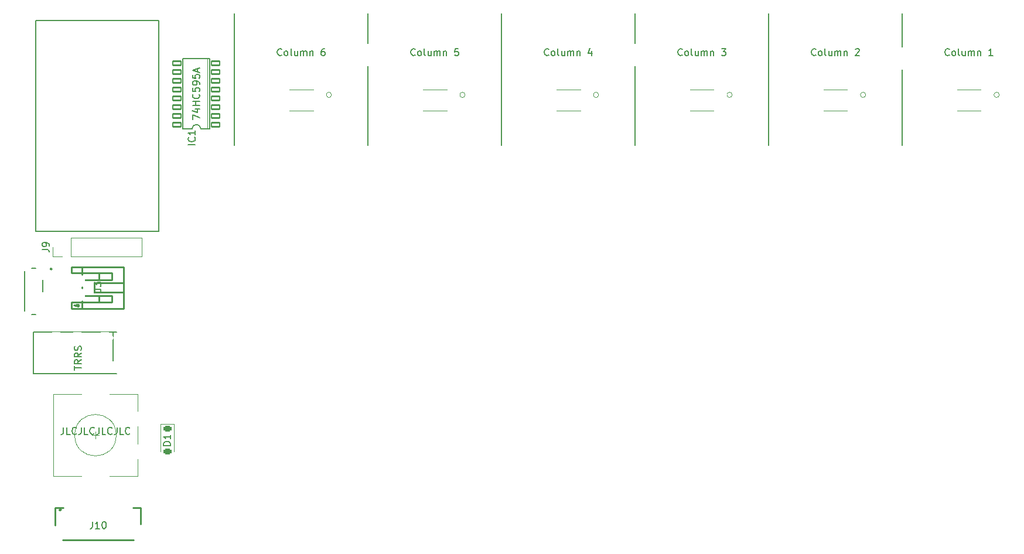
<source format=gto>
G04 #@! TF.GenerationSoftware,KiCad,Pcbnew,7.0.5*
G04 #@! TF.CreationDate,2024-01-21T06:03:08-08:00*
G04 #@! TF.ProjectId,Seismos_5CoreRShift,53656973-6d6f-4735-9f35-436f72655253,rev?*
G04 #@! TF.SameCoordinates,Original*
G04 #@! TF.FileFunction,Legend,Top*
G04 #@! TF.FilePolarity,Positive*
%FSLAX46Y46*%
G04 Gerber Fmt 4.6, Leading zero omitted, Abs format (unit mm)*
G04 Created by KiCad (PCBNEW 7.0.5) date 2024-01-21 06:03:08*
%MOMM*%
%LPD*%
G01*
G04 APERTURE LIST*
G04 Aperture macros list*
%AMRoundRect*
0 Rectangle with rounded corners*
0 $1 Rounding radius*
0 $2 $3 $4 $5 $6 $7 $8 $9 X,Y pos of 4 corners*
0 Add a 4 corners polygon primitive as box body*
4,1,4,$2,$3,$4,$5,$6,$7,$8,$9,$2,$3,0*
0 Add four circle primitives for the rounded corners*
1,1,$1+$1,$2,$3*
1,1,$1+$1,$4,$5*
1,1,$1+$1,$6,$7*
1,1,$1+$1,$8,$9*
0 Add four rect primitives between the rounded corners*
20,1,$1+$1,$2,$3,$4,$5,0*
20,1,$1+$1,$4,$5,$6,$7,0*
20,1,$1+$1,$6,$7,$8,$9,0*
20,1,$1+$1,$8,$9,$2,$3,0*%
%AMFreePoly0*
4,1,6,0.600000,0.200000,0.000000,-0.400000,-0.600000,0.200000,-0.600000,0.400000,0.600000,0.400000,0.600000,0.200000,0.600000,0.200000,$1*%
%AMFreePoly1*
4,1,6,0.600000,-0.250000,-0.600000,-0.250000,-0.600000,1.000000,0.000000,0.400000,0.600000,1.000000,0.600000,-0.250000,0.600000,-0.250000,$1*%
G04 Aperture macros list end*
%ADD10C,0.150000*%
%ADD11C,0.120000*%
%ADD12C,0.127000*%
%ADD13C,0.250000*%
%ADD14C,0.152400*%
%ADD15C,0.050800*%
%ADD16C,0.254000*%
%ADD17C,1.200000*%
%ADD18O,2.500000X1.700000*%
%ADD19C,0.100000*%
%ADD20C,3.200000*%
%ADD21C,2.000000*%
%ADD22R,3.200000X2.000000*%
%ADD23R,1.803400X0.812800*%
%ADD24R,1.700000X1.700000*%
%ADD25O,1.700000X1.700000*%
%ADD26C,0.900000*%
%ADD27R,1.500000X0.700000*%
%ADD28R,0.800000X1.000000*%
%ADD29RoundRect,0.102000X0.600000X-0.300000X0.600000X0.300000X-0.600000X0.300000X-0.600000X-0.300000X0*%
%ADD30C,1.400000*%
%ADD31C,1.600000*%
%ADD32FreePoly0,270.000000*%
%ADD33FreePoly0,90.000000*%
%ADD34R,1.600000X1.600000*%
%ADD35FreePoly1,270.000000*%
%ADD36FreePoly1,90.000000*%
%ADD37R,0.600000X1.700000*%
%ADD38R,1.200000X1.800000*%
%ADD39RoundRect,0.225000X-0.375000X0.225000X-0.375000X-0.225000X0.375000X-0.225000X0.375000X0.225000X0*%
G04 APERTURE END LIST*
D10*
X61200000Y-20000000D02*
X61200000Y-39000000D01*
X80500000Y-20000000D02*
X80500000Y-39000000D01*
X119100000Y-20000000D02*
X119100000Y-39000000D01*
X99800000Y-20000000D02*
X99800000Y-39000000D01*
X157700000Y-20000000D02*
X157700000Y-39000000D01*
X138400000Y-20000000D02*
X138400000Y-39000000D01*
X106616666Y-25974580D02*
X106569047Y-26022200D01*
X106569047Y-26022200D02*
X106426190Y-26069819D01*
X106426190Y-26069819D02*
X106330952Y-26069819D01*
X106330952Y-26069819D02*
X106188095Y-26022200D01*
X106188095Y-26022200D02*
X106092857Y-25926961D01*
X106092857Y-25926961D02*
X106045238Y-25831723D01*
X106045238Y-25831723D02*
X105997619Y-25641247D01*
X105997619Y-25641247D02*
X105997619Y-25498390D01*
X105997619Y-25498390D02*
X106045238Y-25307914D01*
X106045238Y-25307914D02*
X106092857Y-25212676D01*
X106092857Y-25212676D02*
X106188095Y-25117438D01*
X106188095Y-25117438D02*
X106330952Y-25069819D01*
X106330952Y-25069819D02*
X106426190Y-25069819D01*
X106426190Y-25069819D02*
X106569047Y-25117438D01*
X106569047Y-25117438D02*
X106616666Y-25165057D01*
X107188095Y-26069819D02*
X107092857Y-26022200D01*
X107092857Y-26022200D02*
X107045238Y-25974580D01*
X107045238Y-25974580D02*
X106997619Y-25879342D01*
X106997619Y-25879342D02*
X106997619Y-25593628D01*
X106997619Y-25593628D02*
X107045238Y-25498390D01*
X107045238Y-25498390D02*
X107092857Y-25450771D01*
X107092857Y-25450771D02*
X107188095Y-25403152D01*
X107188095Y-25403152D02*
X107330952Y-25403152D01*
X107330952Y-25403152D02*
X107426190Y-25450771D01*
X107426190Y-25450771D02*
X107473809Y-25498390D01*
X107473809Y-25498390D02*
X107521428Y-25593628D01*
X107521428Y-25593628D02*
X107521428Y-25879342D01*
X107521428Y-25879342D02*
X107473809Y-25974580D01*
X107473809Y-25974580D02*
X107426190Y-26022200D01*
X107426190Y-26022200D02*
X107330952Y-26069819D01*
X107330952Y-26069819D02*
X107188095Y-26069819D01*
X108092857Y-26069819D02*
X107997619Y-26022200D01*
X107997619Y-26022200D02*
X107950000Y-25926961D01*
X107950000Y-25926961D02*
X107950000Y-25069819D01*
X108902381Y-25403152D02*
X108902381Y-26069819D01*
X108473810Y-25403152D02*
X108473810Y-25926961D01*
X108473810Y-25926961D02*
X108521429Y-26022200D01*
X108521429Y-26022200D02*
X108616667Y-26069819D01*
X108616667Y-26069819D02*
X108759524Y-26069819D01*
X108759524Y-26069819D02*
X108854762Y-26022200D01*
X108854762Y-26022200D02*
X108902381Y-25974580D01*
X109378572Y-26069819D02*
X109378572Y-25403152D01*
X109378572Y-25498390D02*
X109426191Y-25450771D01*
X109426191Y-25450771D02*
X109521429Y-25403152D01*
X109521429Y-25403152D02*
X109664286Y-25403152D01*
X109664286Y-25403152D02*
X109759524Y-25450771D01*
X109759524Y-25450771D02*
X109807143Y-25546009D01*
X109807143Y-25546009D02*
X109807143Y-26069819D01*
X109807143Y-25546009D02*
X109854762Y-25450771D01*
X109854762Y-25450771D02*
X109950000Y-25403152D01*
X109950000Y-25403152D02*
X110092857Y-25403152D01*
X110092857Y-25403152D02*
X110188096Y-25450771D01*
X110188096Y-25450771D02*
X110235715Y-25546009D01*
X110235715Y-25546009D02*
X110235715Y-26069819D01*
X110711905Y-25403152D02*
X110711905Y-26069819D01*
X110711905Y-25498390D02*
X110759524Y-25450771D01*
X110759524Y-25450771D02*
X110854762Y-25403152D01*
X110854762Y-25403152D02*
X110997619Y-25403152D01*
X110997619Y-25403152D02*
X111092857Y-25450771D01*
X111092857Y-25450771D02*
X111140476Y-25546009D01*
X111140476Y-25546009D02*
X111140476Y-26069819D01*
X112807143Y-25403152D02*
X112807143Y-26069819D01*
X112569048Y-25022200D02*
X112330953Y-25736485D01*
X112330953Y-25736485D02*
X112950000Y-25736485D01*
X87316666Y-25974580D02*
X87269047Y-26022200D01*
X87269047Y-26022200D02*
X87126190Y-26069819D01*
X87126190Y-26069819D02*
X87030952Y-26069819D01*
X87030952Y-26069819D02*
X86888095Y-26022200D01*
X86888095Y-26022200D02*
X86792857Y-25926961D01*
X86792857Y-25926961D02*
X86745238Y-25831723D01*
X86745238Y-25831723D02*
X86697619Y-25641247D01*
X86697619Y-25641247D02*
X86697619Y-25498390D01*
X86697619Y-25498390D02*
X86745238Y-25307914D01*
X86745238Y-25307914D02*
X86792857Y-25212676D01*
X86792857Y-25212676D02*
X86888095Y-25117438D01*
X86888095Y-25117438D02*
X87030952Y-25069819D01*
X87030952Y-25069819D02*
X87126190Y-25069819D01*
X87126190Y-25069819D02*
X87269047Y-25117438D01*
X87269047Y-25117438D02*
X87316666Y-25165057D01*
X87888095Y-26069819D02*
X87792857Y-26022200D01*
X87792857Y-26022200D02*
X87745238Y-25974580D01*
X87745238Y-25974580D02*
X87697619Y-25879342D01*
X87697619Y-25879342D02*
X87697619Y-25593628D01*
X87697619Y-25593628D02*
X87745238Y-25498390D01*
X87745238Y-25498390D02*
X87792857Y-25450771D01*
X87792857Y-25450771D02*
X87888095Y-25403152D01*
X87888095Y-25403152D02*
X88030952Y-25403152D01*
X88030952Y-25403152D02*
X88126190Y-25450771D01*
X88126190Y-25450771D02*
X88173809Y-25498390D01*
X88173809Y-25498390D02*
X88221428Y-25593628D01*
X88221428Y-25593628D02*
X88221428Y-25879342D01*
X88221428Y-25879342D02*
X88173809Y-25974580D01*
X88173809Y-25974580D02*
X88126190Y-26022200D01*
X88126190Y-26022200D02*
X88030952Y-26069819D01*
X88030952Y-26069819D02*
X87888095Y-26069819D01*
X88792857Y-26069819D02*
X88697619Y-26022200D01*
X88697619Y-26022200D02*
X88650000Y-25926961D01*
X88650000Y-25926961D02*
X88650000Y-25069819D01*
X89602381Y-25403152D02*
X89602381Y-26069819D01*
X89173810Y-25403152D02*
X89173810Y-25926961D01*
X89173810Y-25926961D02*
X89221429Y-26022200D01*
X89221429Y-26022200D02*
X89316667Y-26069819D01*
X89316667Y-26069819D02*
X89459524Y-26069819D01*
X89459524Y-26069819D02*
X89554762Y-26022200D01*
X89554762Y-26022200D02*
X89602381Y-25974580D01*
X90078572Y-26069819D02*
X90078572Y-25403152D01*
X90078572Y-25498390D02*
X90126191Y-25450771D01*
X90126191Y-25450771D02*
X90221429Y-25403152D01*
X90221429Y-25403152D02*
X90364286Y-25403152D01*
X90364286Y-25403152D02*
X90459524Y-25450771D01*
X90459524Y-25450771D02*
X90507143Y-25546009D01*
X90507143Y-25546009D02*
X90507143Y-26069819D01*
X90507143Y-25546009D02*
X90554762Y-25450771D01*
X90554762Y-25450771D02*
X90650000Y-25403152D01*
X90650000Y-25403152D02*
X90792857Y-25403152D01*
X90792857Y-25403152D02*
X90888096Y-25450771D01*
X90888096Y-25450771D02*
X90935715Y-25546009D01*
X90935715Y-25546009D02*
X90935715Y-26069819D01*
X91411905Y-25403152D02*
X91411905Y-26069819D01*
X91411905Y-25498390D02*
X91459524Y-25450771D01*
X91459524Y-25450771D02*
X91554762Y-25403152D01*
X91554762Y-25403152D02*
X91697619Y-25403152D01*
X91697619Y-25403152D02*
X91792857Y-25450771D01*
X91792857Y-25450771D02*
X91840476Y-25546009D01*
X91840476Y-25546009D02*
X91840476Y-26069819D01*
X93554762Y-25069819D02*
X93078572Y-25069819D01*
X93078572Y-25069819D02*
X93030953Y-25546009D01*
X93030953Y-25546009D02*
X93078572Y-25498390D01*
X93078572Y-25498390D02*
X93173810Y-25450771D01*
X93173810Y-25450771D02*
X93411905Y-25450771D01*
X93411905Y-25450771D02*
X93507143Y-25498390D01*
X93507143Y-25498390D02*
X93554762Y-25546009D01*
X93554762Y-25546009D02*
X93602381Y-25641247D01*
X93602381Y-25641247D02*
X93602381Y-25879342D01*
X93602381Y-25879342D02*
X93554762Y-25974580D01*
X93554762Y-25974580D02*
X93507143Y-26022200D01*
X93507143Y-26022200D02*
X93411905Y-26069819D01*
X93411905Y-26069819D02*
X93173810Y-26069819D01*
X93173810Y-26069819D02*
X93078572Y-26022200D01*
X93078572Y-26022200D02*
X93030953Y-25974580D01*
X145216666Y-25974580D02*
X145169047Y-26022200D01*
X145169047Y-26022200D02*
X145026190Y-26069819D01*
X145026190Y-26069819D02*
X144930952Y-26069819D01*
X144930952Y-26069819D02*
X144788095Y-26022200D01*
X144788095Y-26022200D02*
X144692857Y-25926961D01*
X144692857Y-25926961D02*
X144645238Y-25831723D01*
X144645238Y-25831723D02*
X144597619Y-25641247D01*
X144597619Y-25641247D02*
X144597619Y-25498390D01*
X144597619Y-25498390D02*
X144645238Y-25307914D01*
X144645238Y-25307914D02*
X144692857Y-25212676D01*
X144692857Y-25212676D02*
X144788095Y-25117438D01*
X144788095Y-25117438D02*
X144930952Y-25069819D01*
X144930952Y-25069819D02*
X145026190Y-25069819D01*
X145026190Y-25069819D02*
X145169047Y-25117438D01*
X145169047Y-25117438D02*
X145216666Y-25165057D01*
X145788095Y-26069819D02*
X145692857Y-26022200D01*
X145692857Y-26022200D02*
X145645238Y-25974580D01*
X145645238Y-25974580D02*
X145597619Y-25879342D01*
X145597619Y-25879342D02*
X145597619Y-25593628D01*
X145597619Y-25593628D02*
X145645238Y-25498390D01*
X145645238Y-25498390D02*
X145692857Y-25450771D01*
X145692857Y-25450771D02*
X145788095Y-25403152D01*
X145788095Y-25403152D02*
X145930952Y-25403152D01*
X145930952Y-25403152D02*
X146026190Y-25450771D01*
X146026190Y-25450771D02*
X146073809Y-25498390D01*
X146073809Y-25498390D02*
X146121428Y-25593628D01*
X146121428Y-25593628D02*
X146121428Y-25879342D01*
X146121428Y-25879342D02*
X146073809Y-25974580D01*
X146073809Y-25974580D02*
X146026190Y-26022200D01*
X146026190Y-26022200D02*
X145930952Y-26069819D01*
X145930952Y-26069819D02*
X145788095Y-26069819D01*
X146692857Y-26069819D02*
X146597619Y-26022200D01*
X146597619Y-26022200D02*
X146550000Y-25926961D01*
X146550000Y-25926961D02*
X146550000Y-25069819D01*
X147502381Y-25403152D02*
X147502381Y-26069819D01*
X147073810Y-25403152D02*
X147073810Y-25926961D01*
X147073810Y-25926961D02*
X147121429Y-26022200D01*
X147121429Y-26022200D02*
X147216667Y-26069819D01*
X147216667Y-26069819D02*
X147359524Y-26069819D01*
X147359524Y-26069819D02*
X147454762Y-26022200D01*
X147454762Y-26022200D02*
X147502381Y-25974580D01*
X147978572Y-26069819D02*
X147978572Y-25403152D01*
X147978572Y-25498390D02*
X148026191Y-25450771D01*
X148026191Y-25450771D02*
X148121429Y-25403152D01*
X148121429Y-25403152D02*
X148264286Y-25403152D01*
X148264286Y-25403152D02*
X148359524Y-25450771D01*
X148359524Y-25450771D02*
X148407143Y-25546009D01*
X148407143Y-25546009D02*
X148407143Y-26069819D01*
X148407143Y-25546009D02*
X148454762Y-25450771D01*
X148454762Y-25450771D02*
X148550000Y-25403152D01*
X148550000Y-25403152D02*
X148692857Y-25403152D01*
X148692857Y-25403152D02*
X148788096Y-25450771D01*
X148788096Y-25450771D02*
X148835715Y-25546009D01*
X148835715Y-25546009D02*
X148835715Y-26069819D01*
X149311905Y-25403152D02*
X149311905Y-26069819D01*
X149311905Y-25498390D02*
X149359524Y-25450771D01*
X149359524Y-25450771D02*
X149454762Y-25403152D01*
X149454762Y-25403152D02*
X149597619Y-25403152D01*
X149597619Y-25403152D02*
X149692857Y-25450771D01*
X149692857Y-25450771D02*
X149740476Y-25546009D01*
X149740476Y-25546009D02*
X149740476Y-26069819D01*
X150930953Y-25165057D02*
X150978572Y-25117438D01*
X150978572Y-25117438D02*
X151073810Y-25069819D01*
X151073810Y-25069819D02*
X151311905Y-25069819D01*
X151311905Y-25069819D02*
X151407143Y-25117438D01*
X151407143Y-25117438D02*
X151454762Y-25165057D01*
X151454762Y-25165057D02*
X151502381Y-25260295D01*
X151502381Y-25260295D02*
X151502381Y-25355533D01*
X151502381Y-25355533D02*
X151454762Y-25498390D01*
X151454762Y-25498390D02*
X150883334Y-26069819D01*
X150883334Y-26069819D02*
X151502381Y-26069819D01*
X125916666Y-25974580D02*
X125869047Y-26022200D01*
X125869047Y-26022200D02*
X125726190Y-26069819D01*
X125726190Y-26069819D02*
X125630952Y-26069819D01*
X125630952Y-26069819D02*
X125488095Y-26022200D01*
X125488095Y-26022200D02*
X125392857Y-25926961D01*
X125392857Y-25926961D02*
X125345238Y-25831723D01*
X125345238Y-25831723D02*
X125297619Y-25641247D01*
X125297619Y-25641247D02*
X125297619Y-25498390D01*
X125297619Y-25498390D02*
X125345238Y-25307914D01*
X125345238Y-25307914D02*
X125392857Y-25212676D01*
X125392857Y-25212676D02*
X125488095Y-25117438D01*
X125488095Y-25117438D02*
X125630952Y-25069819D01*
X125630952Y-25069819D02*
X125726190Y-25069819D01*
X125726190Y-25069819D02*
X125869047Y-25117438D01*
X125869047Y-25117438D02*
X125916666Y-25165057D01*
X126488095Y-26069819D02*
X126392857Y-26022200D01*
X126392857Y-26022200D02*
X126345238Y-25974580D01*
X126345238Y-25974580D02*
X126297619Y-25879342D01*
X126297619Y-25879342D02*
X126297619Y-25593628D01*
X126297619Y-25593628D02*
X126345238Y-25498390D01*
X126345238Y-25498390D02*
X126392857Y-25450771D01*
X126392857Y-25450771D02*
X126488095Y-25403152D01*
X126488095Y-25403152D02*
X126630952Y-25403152D01*
X126630952Y-25403152D02*
X126726190Y-25450771D01*
X126726190Y-25450771D02*
X126773809Y-25498390D01*
X126773809Y-25498390D02*
X126821428Y-25593628D01*
X126821428Y-25593628D02*
X126821428Y-25879342D01*
X126821428Y-25879342D02*
X126773809Y-25974580D01*
X126773809Y-25974580D02*
X126726190Y-26022200D01*
X126726190Y-26022200D02*
X126630952Y-26069819D01*
X126630952Y-26069819D02*
X126488095Y-26069819D01*
X127392857Y-26069819D02*
X127297619Y-26022200D01*
X127297619Y-26022200D02*
X127250000Y-25926961D01*
X127250000Y-25926961D02*
X127250000Y-25069819D01*
X128202381Y-25403152D02*
X128202381Y-26069819D01*
X127773810Y-25403152D02*
X127773810Y-25926961D01*
X127773810Y-25926961D02*
X127821429Y-26022200D01*
X127821429Y-26022200D02*
X127916667Y-26069819D01*
X127916667Y-26069819D02*
X128059524Y-26069819D01*
X128059524Y-26069819D02*
X128154762Y-26022200D01*
X128154762Y-26022200D02*
X128202381Y-25974580D01*
X128678572Y-26069819D02*
X128678572Y-25403152D01*
X128678572Y-25498390D02*
X128726191Y-25450771D01*
X128726191Y-25450771D02*
X128821429Y-25403152D01*
X128821429Y-25403152D02*
X128964286Y-25403152D01*
X128964286Y-25403152D02*
X129059524Y-25450771D01*
X129059524Y-25450771D02*
X129107143Y-25546009D01*
X129107143Y-25546009D02*
X129107143Y-26069819D01*
X129107143Y-25546009D02*
X129154762Y-25450771D01*
X129154762Y-25450771D02*
X129250000Y-25403152D01*
X129250000Y-25403152D02*
X129392857Y-25403152D01*
X129392857Y-25403152D02*
X129488096Y-25450771D01*
X129488096Y-25450771D02*
X129535715Y-25546009D01*
X129535715Y-25546009D02*
X129535715Y-26069819D01*
X130011905Y-25403152D02*
X130011905Y-26069819D01*
X130011905Y-25498390D02*
X130059524Y-25450771D01*
X130059524Y-25450771D02*
X130154762Y-25403152D01*
X130154762Y-25403152D02*
X130297619Y-25403152D01*
X130297619Y-25403152D02*
X130392857Y-25450771D01*
X130392857Y-25450771D02*
X130440476Y-25546009D01*
X130440476Y-25546009D02*
X130440476Y-26069819D01*
X131583334Y-25069819D02*
X132202381Y-25069819D01*
X132202381Y-25069819D02*
X131869048Y-25450771D01*
X131869048Y-25450771D02*
X132011905Y-25450771D01*
X132011905Y-25450771D02*
X132107143Y-25498390D01*
X132107143Y-25498390D02*
X132154762Y-25546009D01*
X132154762Y-25546009D02*
X132202381Y-25641247D01*
X132202381Y-25641247D02*
X132202381Y-25879342D01*
X132202381Y-25879342D02*
X132154762Y-25974580D01*
X132154762Y-25974580D02*
X132107143Y-26022200D01*
X132107143Y-26022200D02*
X132011905Y-26069819D01*
X132011905Y-26069819D02*
X131726191Y-26069819D01*
X131726191Y-26069819D02*
X131630953Y-26022200D01*
X131630953Y-26022200D02*
X131583334Y-25974580D01*
X164516666Y-25974580D02*
X164469047Y-26022200D01*
X164469047Y-26022200D02*
X164326190Y-26069819D01*
X164326190Y-26069819D02*
X164230952Y-26069819D01*
X164230952Y-26069819D02*
X164088095Y-26022200D01*
X164088095Y-26022200D02*
X163992857Y-25926961D01*
X163992857Y-25926961D02*
X163945238Y-25831723D01*
X163945238Y-25831723D02*
X163897619Y-25641247D01*
X163897619Y-25641247D02*
X163897619Y-25498390D01*
X163897619Y-25498390D02*
X163945238Y-25307914D01*
X163945238Y-25307914D02*
X163992857Y-25212676D01*
X163992857Y-25212676D02*
X164088095Y-25117438D01*
X164088095Y-25117438D02*
X164230952Y-25069819D01*
X164230952Y-25069819D02*
X164326190Y-25069819D01*
X164326190Y-25069819D02*
X164469047Y-25117438D01*
X164469047Y-25117438D02*
X164516666Y-25165057D01*
X165088095Y-26069819D02*
X164992857Y-26022200D01*
X164992857Y-26022200D02*
X164945238Y-25974580D01*
X164945238Y-25974580D02*
X164897619Y-25879342D01*
X164897619Y-25879342D02*
X164897619Y-25593628D01*
X164897619Y-25593628D02*
X164945238Y-25498390D01*
X164945238Y-25498390D02*
X164992857Y-25450771D01*
X164992857Y-25450771D02*
X165088095Y-25403152D01*
X165088095Y-25403152D02*
X165230952Y-25403152D01*
X165230952Y-25403152D02*
X165326190Y-25450771D01*
X165326190Y-25450771D02*
X165373809Y-25498390D01*
X165373809Y-25498390D02*
X165421428Y-25593628D01*
X165421428Y-25593628D02*
X165421428Y-25879342D01*
X165421428Y-25879342D02*
X165373809Y-25974580D01*
X165373809Y-25974580D02*
X165326190Y-26022200D01*
X165326190Y-26022200D02*
X165230952Y-26069819D01*
X165230952Y-26069819D02*
X165088095Y-26069819D01*
X165992857Y-26069819D02*
X165897619Y-26022200D01*
X165897619Y-26022200D02*
X165850000Y-25926961D01*
X165850000Y-25926961D02*
X165850000Y-25069819D01*
X166802381Y-25403152D02*
X166802381Y-26069819D01*
X166373810Y-25403152D02*
X166373810Y-25926961D01*
X166373810Y-25926961D02*
X166421429Y-26022200D01*
X166421429Y-26022200D02*
X166516667Y-26069819D01*
X166516667Y-26069819D02*
X166659524Y-26069819D01*
X166659524Y-26069819D02*
X166754762Y-26022200D01*
X166754762Y-26022200D02*
X166802381Y-25974580D01*
X167278572Y-26069819D02*
X167278572Y-25403152D01*
X167278572Y-25498390D02*
X167326191Y-25450771D01*
X167326191Y-25450771D02*
X167421429Y-25403152D01*
X167421429Y-25403152D02*
X167564286Y-25403152D01*
X167564286Y-25403152D02*
X167659524Y-25450771D01*
X167659524Y-25450771D02*
X167707143Y-25546009D01*
X167707143Y-25546009D02*
X167707143Y-26069819D01*
X167707143Y-25546009D02*
X167754762Y-25450771D01*
X167754762Y-25450771D02*
X167850000Y-25403152D01*
X167850000Y-25403152D02*
X167992857Y-25403152D01*
X167992857Y-25403152D02*
X168088096Y-25450771D01*
X168088096Y-25450771D02*
X168135715Y-25546009D01*
X168135715Y-25546009D02*
X168135715Y-26069819D01*
X168611905Y-25403152D02*
X168611905Y-26069819D01*
X168611905Y-25498390D02*
X168659524Y-25450771D01*
X168659524Y-25450771D02*
X168754762Y-25403152D01*
X168754762Y-25403152D02*
X168897619Y-25403152D01*
X168897619Y-25403152D02*
X168992857Y-25450771D01*
X168992857Y-25450771D02*
X169040476Y-25546009D01*
X169040476Y-25546009D02*
X169040476Y-26069819D01*
X170802381Y-26069819D02*
X170230953Y-26069819D01*
X170516667Y-26069819D02*
X170516667Y-25069819D01*
X170516667Y-25069819D02*
X170421429Y-25212676D01*
X170421429Y-25212676D02*
X170326191Y-25307914D01*
X170326191Y-25307914D02*
X170230953Y-25355533D01*
X68016666Y-25974580D02*
X67969047Y-26022200D01*
X67969047Y-26022200D02*
X67826190Y-26069819D01*
X67826190Y-26069819D02*
X67730952Y-26069819D01*
X67730952Y-26069819D02*
X67588095Y-26022200D01*
X67588095Y-26022200D02*
X67492857Y-25926961D01*
X67492857Y-25926961D02*
X67445238Y-25831723D01*
X67445238Y-25831723D02*
X67397619Y-25641247D01*
X67397619Y-25641247D02*
X67397619Y-25498390D01*
X67397619Y-25498390D02*
X67445238Y-25307914D01*
X67445238Y-25307914D02*
X67492857Y-25212676D01*
X67492857Y-25212676D02*
X67588095Y-25117438D01*
X67588095Y-25117438D02*
X67730952Y-25069819D01*
X67730952Y-25069819D02*
X67826190Y-25069819D01*
X67826190Y-25069819D02*
X67969047Y-25117438D01*
X67969047Y-25117438D02*
X68016666Y-25165057D01*
X68588095Y-26069819D02*
X68492857Y-26022200D01*
X68492857Y-26022200D02*
X68445238Y-25974580D01*
X68445238Y-25974580D02*
X68397619Y-25879342D01*
X68397619Y-25879342D02*
X68397619Y-25593628D01*
X68397619Y-25593628D02*
X68445238Y-25498390D01*
X68445238Y-25498390D02*
X68492857Y-25450771D01*
X68492857Y-25450771D02*
X68588095Y-25403152D01*
X68588095Y-25403152D02*
X68730952Y-25403152D01*
X68730952Y-25403152D02*
X68826190Y-25450771D01*
X68826190Y-25450771D02*
X68873809Y-25498390D01*
X68873809Y-25498390D02*
X68921428Y-25593628D01*
X68921428Y-25593628D02*
X68921428Y-25879342D01*
X68921428Y-25879342D02*
X68873809Y-25974580D01*
X68873809Y-25974580D02*
X68826190Y-26022200D01*
X68826190Y-26022200D02*
X68730952Y-26069819D01*
X68730952Y-26069819D02*
X68588095Y-26069819D01*
X69492857Y-26069819D02*
X69397619Y-26022200D01*
X69397619Y-26022200D02*
X69350000Y-25926961D01*
X69350000Y-25926961D02*
X69350000Y-25069819D01*
X70302381Y-25403152D02*
X70302381Y-26069819D01*
X69873810Y-25403152D02*
X69873810Y-25926961D01*
X69873810Y-25926961D02*
X69921429Y-26022200D01*
X69921429Y-26022200D02*
X70016667Y-26069819D01*
X70016667Y-26069819D02*
X70159524Y-26069819D01*
X70159524Y-26069819D02*
X70254762Y-26022200D01*
X70254762Y-26022200D02*
X70302381Y-25974580D01*
X70778572Y-26069819D02*
X70778572Y-25403152D01*
X70778572Y-25498390D02*
X70826191Y-25450771D01*
X70826191Y-25450771D02*
X70921429Y-25403152D01*
X70921429Y-25403152D02*
X71064286Y-25403152D01*
X71064286Y-25403152D02*
X71159524Y-25450771D01*
X71159524Y-25450771D02*
X71207143Y-25546009D01*
X71207143Y-25546009D02*
X71207143Y-26069819D01*
X71207143Y-25546009D02*
X71254762Y-25450771D01*
X71254762Y-25450771D02*
X71350000Y-25403152D01*
X71350000Y-25403152D02*
X71492857Y-25403152D01*
X71492857Y-25403152D02*
X71588096Y-25450771D01*
X71588096Y-25450771D02*
X71635715Y-25546009D01*
X71635715Y-25546009D02*
X71635715Y-26069819D01*
X72111905Y-25403152D02*
X72111905Y-26069819D01*
X72111905Y-25498390D02*
X72159524Y-25450771D01*
X72159524Y-25450771D02*
X72254762Y-25403152D01*
X72254762Y-25403152D02*
X72397619Y-25403152D01*
X72397619Y-25403152D02*
X72492857Y-25450771D01*
X72492857Y-25450771D02*
X72540476Y-25546009D01*
X72540476Y-25546009D02*
X72540476Y-26069819D01*
X74207143Y-25069819D02*
X74016667Y-25069819D01*
X74016667Y-25069819D02*
X73921429Y-25117438D01*
X73921429Y-25117438D02*
X73873810Y-25165057D01*
X73873810Y-25165057D02*
X73778572Y-25307914D01*
X73778572Y-25307914D02*
X73730953Y-25498390D01*
X73730953Y-25498390D02*
X73730953Y-25879342D01*
X73730953Y-25879342D02*
X73778572Y-25974580D01*
X73778572Y-25974580D02*
X73826191Y-26022200D01*
X73826191Y-26022200D02*
X73921429Y-26069819D01*
X73921429Y-26069819D02*
X74111905Y-26069819D01*
X74111905Y-26069819D02*
X74207143Y-26022200D01*
X74207143Y-26022200D02*
X74254762Y-25974580D01*
X74254762Y-25974580D02*
X74302381Y-25879342D01*
X74302381Y-25879342D02*
X74302381Y-25641247D01*
X74302381Y-25641247D02*
X74254762Y-25546009D01*
X74254762Y-25546009D02*
X74207143Y-25498390D01*
X74207143Y-25498390D02*
X74111905Y-25450771D01*
X74111905Y-25450771D02*
X73921429Y-25450771D01*
X73921429Y-25450771D02*
X73826191Y-25498390D01*
X73826191Y-25498390D02*
X73778572Y-25546009D01*
X73778572Y-25546009D02*
X73730953Y-25641247D01*
X36490951Y-79829819D02*
X36490951Y-80544104D01*
X36490951Y-80544104D02*
X36443332Y-80686961D01*
X36443332Y-80686961D02*
X36348094Y-80782200D01*
X36348094Y-80782200D02*
X36205237Y-80829819D01*
X36205237Y-80829819D02*
X36109999Y-80829819D01*
X37443332Y-80829819D02*
X36967142Y-80829819D01*
X36967142Y-80829819D02*
X36967142Y-79829819D01*
X38348094Y-80734580D02*
X38300475Y-80782200D01*
X38300475Y-80782200D02*
X38157618Y-80829819D01*
X38157618Y-80829819D02*
X38062380Y-80829819D01*
X38062380Y-80829819D02*
X37919523Y-80782200D01*
X37919523Y-80782200D02*
X37824285Y-80686961D01*
X37824285Y-80686961D02*
X37776666Y-80591723D01*
X37776666Y-80591723D02*
X37729047Y-80401247D01*
X37729047Y-80401247D02*
X37729047Y-80258390D01*
X37729047Y-80258390D02*
X37776666Y-80067914D01*
X37776666Y-80067914D02*
X37824285Y-79972676D01*
X37824285Y-79972676D02*
X37919523Y-79877438D01*
X37919523Y-79877438D02*
X38062380Y-79829819D01*
X38062380Y-79829819D02*
X38157618Y-79829819D01*
X38157618Y-79829819D02*
X38300475Y-79877438D01*
X38300475Y-79877438D02*
X38348094Y-79925057D01*
X39062380Y-79829819D02*
X39062380Y-80544104D01*
X39062380Y-80544104D02*
X39014761Y-80686961D01*
X39014761Y-80686961D02*
X38919523Y-80782200D01*
X38919523Y-80782200D02*
X38776666Y-80829819D01*
X38776666Y-80829819D02*
X38681428Y-80829819D01*
X40014761Y-80829819D02*
X39538571Y-80829819D01*
X39538571Y-80829819D02*
X39538571Y-79829819D01*
X40919523Y-80734580D02*
X40871904Y-80782200D01*
X40871904Y-80782200D02*
X40729047Y-80829819D01*
X40729047Y-80829819D02*
X40633809Y-80829819D01*
X40633809Y-80829819D02*
X40490952Y-80782200D01*
X40490952Y-80782200D02*
X40395714Y-80686961D01*
X40395714Y-80686961D02*
X40348095Y-80591723D01*
X40348095Y-80591723D02*
X40300476Y-80401247D01*
X40300476Y-80401247D02*
X40300476Y-80258390D01*
X40300476Y-80258390D02*
X40348095Y-80067914D01*
X40348095Y-80067914D02*
X40395714Y-79972676D01*
X40395714Y-79972676D02*
X40490952Y-79877438D01*
X40490952Y-79877438D02*
X40633809Y-79829819D01*
X40633809Y-79829819D02*
X40729047Y-79829819D01*
X40729047Y-79829819D02*
X40871904Y-79877438D01*
X40871904Y-79877438D02*
X40919523Y-79925057D01*
X41633809Y-79829819D02*
X41633809Y-80544104D01*
X41633809Y-80544104D02*
X41586190Y-80686961D01*
X41586190Y-80686961D02*
X41490952Y-80782200D01*
X41490952Y-80782200D02*
X41348095Y-80829819D01*
X41348095Y-80829819D02*
X41252857Y-80829819D01*
X42586190Y-80829819D02*
X42110000Y-80829819D01*
X42110000Y-80829819D02*
X42110000Y-79829819D01*
X43490952Y-80734580D02*
X43443333Y-80782200D01*
X43443333Y-80782200D02*
X43300476Y-80829819D01*
X43300476Y-80829819D02*
X43205238Y-80829819D01*
X43205238Y-80829819D02*
X43062381Y-80782200D01*
X43062381Y-80782200D02*
X42967143Y-80686961D01*
X42967143Y-80686961D02*
X42919524Y-80591723D01*
X42919524Y-80591723D02*
X42871905Y-80401247D01*
X42871905Y-80401247D02*
X42871905Y-80258390D01*
X42871905Y-80258390D02*
X42919524Y-80067914D01*
X42919524Y-80067914D02*
X42967143Y-79972676D01*
X42967143Y-79972676D02*
X43062381Y-79877438D01*
X43062381Y-79877438D02*
X43205238Y-79829819D01*
X43205238Y-79829819D02*
X43300476Y-79829819D01*
X43300476Y-79829819D02*
X43443333Y-79877438D01*
X43443333Y-79877438D02*
X43490952Y-79925057D01*
X44205238Y-79829819D02*
X44205238Y-80544104D01*
X44205238Y-80544104D02*
X44157619Y-80686961D01*
X44157619Y-80686961D02*
X44062381Y-80782200D01*
X44062381Y-80782200D02*
X43919524Y-80829819D01*
X43919524Y-80829819D02*
X43824286Y-80829819D01*
X45157619Y-80829819D02*
X44681429Y-80829819D01*
X44681429Y-80829819D02*
X44681429Y-79829819D01*
X46062381Y-80734580D02*
X46014762Y-80782200D01*
X46014762Y-80782200D02*
X45871905Y-80829819D01*
X45871905Y-80829819D02*
X45776667Y-80829819D01*
X45776667Y-80829819D02*
X45633810Y-80782200D01*
X45633810Y-80782200D02*
X45538572Y-80686961D01*
X45538572Y-80686961D02*
X45490953Y-80591723D01*
X45490953Y-80591723D02*
X45443334Y-80401247D01*
X45443334Y-80401247D02*
X45443334Y-80258390D01*
X45443334Y-80258390D02*
X45490953Y-80067914D01*
X45490953Y-80067914D02*
X45538572Y-79972676D01*
X45538572Y-79972676D02*
X45633810Y-79877438D01*
X45633810Y-79877438D02*
X45776667Y-79829819D01*
X45776667Y-79829819D02*
X45871905Y-79829819D01*
X45871905Y-79829819D02*
X46014762Y-79877438D01*
X46014762Y-79877438D02*
X46062381Y-79925057D01*
X38074819Y-71536904D02*
X38074819Y-70965476D01*
X39074819Y-71251190D02*
X38074819Y-71251190D01*
X39074819Y-70060714D02*
X38598628Y-70394047D01*
X39074819Y-70632142D02*
X38074819Y-70632142D01*
X38074819Y-70632142D02*
X38074819Y-70251190D01*
X38074819Y-70251190D02*
X38122438Y-70155952D01*
X38122438Y-70155952D02*
X38170057Y-70108333D01*
X38170057Y-70108333D02*
X38265295Y-70060714D01*
X38265295Y-70060714D02*
X38408152Y-70060714D01*
X38408152Y-70060714D02*
X38503390Y-70108333D01*
X38503390Y-70108333D02*
X38551009Y-70155952D01*
X38551009Y-70155952D02*
X38598628Y-70251190D01*
X38598628Y-70251190D02*
X38598628Y-70632142D01*
X39074819Y-69060714D02*
X38598628Y-69394047D01*
X39074819Y-69632142D02*
X38074819Y-69632142D01*
X38074819Y-69632142D02*
X38074819Y-69251190D01*
X38074819Y-69251190D02*
X38122438Y-69155952D01*
X38122438Y-69155952D02*
X38170057Y-69108333D01*
X38170057Y-69108333D02*
X38265295Y-69060714D01*
X38265295Y-69060714D02*
X38408152Y-69060714D01*
X38408152Y-69060714D02*
X38503390Y-69108333D01*
X38503390Y-69108333D02*
X38551009Y-69155952D01*
X38551009Y-69155952D02*
X38598628Y-69251190D01*
X38598628Y-69251190D02*
X38598628Y-69632142D01*
X39027200Y-68679761D02*
X39074819Y-68536904D01*
X39074819Y-68536904D02*
X39074819Y-68298809D01*
X39074819Y-68298809D02*
X39027200Y-68203571D01*
X39027200Y-68203571D02*
X38979580Y-68155952D01*
X38979580Y-68155952D02*
X38884342Y-68108333D01*
X38884342Y-68108333D02*
X38789104Y-68108333D01*
X38789104Y-68108333D02*
X38693866Y-68155952D01*
X38693866Y-68155952D02*
X38646247Y-68203571D01*
X38646247Y-68203571D02*
X38598628Y-68298809D01*
X38598628Y-68298809D02*
X38551009Y-68489285D01*
X38551009Y-68489285D02*
X38503390Y-68584523D01*
X38503390Y-68584523D02*
X38455771Y-68632142D01*
X38455771Y-68632142D02*
X38360533Y-68679761D01*
X38360533Y-68679761D02*
X38265295Y-68679761D01*
X38265295Y-68679761D02*
X38170057Y-68632142D01*
X38170057Y-68632142D02*
X38122438Y-68584523D01*
X38122438Y-68584523D02*
X38074819Y-68489285D01*
X38074819Y-68489285D02*
X38074819Y-68251190D01*
X38074819Y-68251190D02*
X38122438Y-68108333D01*
X38074819Y-71536904D02*
X38074819Y-70965476D01*
X39074819Y-71251190D02*
X38074819Y-71251190D01*
X39074819Y-70060714D02*
X38598628Y-70394047D01*
X39074819Y-70632142D02*
X38074819Y-70632142D01*
X38074819Y-70632142D02*
X38074819Y-70251190D01*
X38074819Y-70251190D02*
X38122438Y-70155952D01*
X38122438Y-70155952D02*
X38170057Y-70108333D01*
X38170057Y-70108333D02*
X38265295Y-70060714D01*
X38265295Y-70060714D02*
X38408152Y-70060714D01*
X38408152Y-70060714D02*
X38503390Y-70108333D01*
X38503390Y-70108333D02*
X38551009Y-70155952D01*
X38551009Y-70155952D02*
X38598628Y-70251190D01*
X38598628Y-70251190D02*
X38598628Y-70632142D01*
X39074819Y-69060714D02*
X38598628Y-69394047D01*
X39074819Y-69632142D02*
X38074819Y-69632142D01*
X38074819Y-69632142D02*
X38074819Y-69251190D01*
X38074819Y-69251190D02*
X38122438Y-69155952D01*
X38122438Y-69155952D02*
X38170057Y-69108333D01*
X38170057Y-69108333D02*
X38265295Y-69060714D01*
X38265295Y-69060714D02*
X38408152Y-69060714D01*
X38408152Y-69060714D02*
X38503390Y-69108333D01*
X38503390Y-69108333D02*
X38551009Y-69155952D01*
X38551009Y-69155952D02*
X38598628Y-69251190D01*
X38598628Y-69251190D02*
X38598628Y-69632142D01*
X39027200Y-68679761D02*
X39074819Y-68536904D01*
X39074819Y-68536904D02*
X39074819Y-68298809D01*
X39074819Y-68298809D02*
X39027200Y-68203571D01*
X39027200Y-68203571D02*
X38979580Y-68155952D01*
X38979580Y-68155952D02*
X38884342Y-68108333D01*
X38884342Y-68108333D02*
X38789104Y-68108333D01*
X38789104Y-68108333D02*
X38693866Y-68155952D01*
X38693866Y-68155952D02*
X38646247Y-68203571D01*
X38646247Y-68203571D02*
X38598628Y-68298809D01*
X38598628Y-68298809D02*
X38551009Y-68489285D01*
X38551009Y-68489285D02*
X38503390Y-68584523D01*
X38503390Y-68584523D02*
X38455771Y-68632142D01*
X38455771Y-68632142D02*
X38360533Y-68679761D01*
X38360533Y-68679761D02*
X38265295Y-68679761D01*
X38265295Y-68679761D02*
X38170057Y-68632142D01*
X38170057Y-68632142D02*
X38122438Y-68584523D01*
X38122438Y-68584523D02*
X38074819Y-68489285D01*
X38074819Y-68489285D02*
X38074819Y-68251190D01*
X38074819Y-68251190D02*
X38122438Y-68108333D01*
X33408819Y-54099333D02*
X34123104Y-54099333D01*
X34123104Y-54099333D02*
X34265961Y-54146952D01*
X34265961Y-54146952D02*
X34361200Y-54242190D01*
X34361200Y-54242190D02*
X34408819Y-54385047D01*
X34408819Y-54385047D02*
X34408819Y-54480285D01*
X34408819Y-53575523D02*
X34408819Y-53385047D01*
X34408819Y-53385047D02*
X34361200Y-53289809D01*
X34361200Y-53289809D02*
X34313580Y-53242190D01*
X34313580Y-53242190D02*
X34170723Y-53146952D01*
X34170723Y-53146952D02*
X33980247Y-53099333D01*
X33980247Y-53099333D02*
X33599295Y-53099333D01*
X33599295Y-53099333D02*
X33504057Y-53146952D01*
X33504057Y-53146952D02*
X33456438Y-53194571D01*
X33456438Y-53194571D02*
X33408819Y-53289809D01*
X33408819Y-53289809D02*
X33408819Y-53480285D01*
X33408819Y-53480285D02*
X33456438Y-53575523D01*
X33456438Y-53575523D02*
X33504057Y-53623142D01*
X33504057Y-53623142D02*
X33599295Y-53670761D01*
X33599295Y-53670761D02*
X33837390Y-53670761D01*
X33837390Y-53670761D02*
X33932628Y-53623142D01*
X33932628Y-53623142D02*
X33980247Y-53575523D01*
X33980247Y-53575523D02*
X34027866Y-53480285D01*
X34027866Y-53480285D02*
X34027866Y-53289809D01*
X34027866Y-53289809D02*
X33980247Y-53194571D01*
X33980247Y-53194571D02*
X33932628Y-53146952D01*
X33932628Y-53146952D02*
X33837390Y-53099333D01*
X55519490Y-38940631D02*
X54517521Y-38940631D01*
X55424065Y-37890950D02*
X55471778Y-37938663D01*
X55471778Y-37938663D02*
X55519490Y-38081801D01*
X55519490Y-38081801D02*
X55519490Y-38177227D01*
X55519490Y-38177227D02*
X55471778Y-38320365D01*
X55471778Y-38320365D02*
X55376352Y-38415791D01*
X55376352Y-38415791D02*
X55280926Y-38463503D01*
X55280926Y-38463503D02*
X55090075Y-38511216D01*
X55090075Y-38511216D02*
X54946937Y-38511216D01*
X54946937Y-38511216D02*
X54756085Y-38463503D01*
X54756085Y-38463503D02*
X54660660Y-38415791D01*
X54660660Y-38415791D02*
X54565234Y-38320365D01*
X54565234Y-38320365D02*
X54517521Y-38177227D01*
X54517521Y-38177227D02*
X54517521Y-38081801D01*
X54517521Y-38081801D02*
X54565234Y-37938663D01*
X54565234Y-37938663D02*
X54612947Y-37890950D01*
X55519490Y-36936694D02*
X55519490Y-37509247D01*
X55519490Y-37222970D02*
X54517521Y-37222970D01*
X54517521Y-37222970D02*
X54660660Y-37318396D01*
X54660660Y-37318396D02*
X54756085Y-37413822D01*
X54756085Y-37413822D02*
X54803798Y-37509247D01*
X55154819Y-35290475D02*
X55154819Y-34623809D01*
X55154819Y-34623809D02*
X56154819Y-35052380D01*
X55488152Y-33814285D02*
X56154819Y-33814285D01*
X55107200Y-34052380D02*
X55821485Y-34290475D01*
X55821485Y-34290475D02*
X55821485Y-33671428D01*
X56154819Y-33290475D02*
X55154819Y-33290475D01*
X55631009Y-33290475D02*
X55631009Y-32719047D01*
X56154819Y-32719047D02*
X55154819Y-32719047D01*
X56059580Y-31671428D02*
X56107200Y-31719047D01*
X56107200Y-31719047D02*
X56154819Y-31861904D01*
X56154819Y-31861904D02*
X56154819Y-31957142D01*
X56154819Y-31957142D02*
X56107200Y-32099999D01*
X56107200Y-32099999D02*
X56011961Y-32195237D01*
X56011961Y-32195237D02*
X55916723Y-32242856D01*
X55916723Y-32242856D02*
X55726247Y-32290475D01*
X55726247Y-32290475D02*
X55583390Y-32290475D01*
X55583390Y-32290475D02*
X55392914Y-32242856D01*
X55392914Y-32242856D02*
X55297676Y-32195237D01*
X55297676Y-32195237D02*
X55202438Y-32099999D01*
X55202438Y-32099999D02*
X55154819Y-31957142D01*
X55154819Y-31957142D02*
X55154819Y-31861904D01*
X55154819Y-31861904D02*
X55202438Y-31719047D01*
X55202438Y-31719047D02*
X55250057Y-31671428D01*
X55154819Y-30766666D02*
X55154819Y-31242856D01*
X55154819Y-31242856D02*
X55631009Y-31290475D01*
X55631009Y-31290475D02*
X55583390Y-31242856D01*
X55583390Y-31242856D02*
X55535771Y-31147618D01*
X55535771Y-31147618D02*
X55535771Y-30909523D01*
X55535771Y-30909523D02*
X55583390Y-30814285D01*
X55583390Y-30814285D02*
X55631009Y-30766666D01*
X55631009Y-30766666D02*
X55726247Y-30719047D01*
X55726247Y-30719047D02*
X55964342Y-30719047D01*
X55964342Y-30719047D02*
X56059580Y-30766666D01*
X56059580Y-30766666D02*
X56107200Y-30814285D01*
X56107200Y-30814285D02*
X56154819Y-30909523D01*
X56154819Y-30909523D02*
X56154819Y-31147618D01*
X56154819Y-31147618D02*
X56107200Y-31242856D01*
X56107200Y-31242856D02*
X56059580Y-31290475D01*
X56154819Y-30242856D02*
X56154819Y-30052380D01*
X56154819Y-30052380D02*
X56107200Y-29957142D01*
X56107200Y-29957142D02*
X56059580Y-29909523D01*
X56059580Y-29909523D02*
X55916723Y-29814285D01*
X55916723Y-29814285D02*
X55726247Y-29766666D01*
X55726247Y-29766666D02*
X55345295Y-29766666D01*
X55345295Y-29766666D02*
X55250057Y-29814285D01*
X55250057Y-29814285D02*
X55202438Y-29861904D01*
X55202438Y-29861904D02*
X55154819Y-29957142D01*
X55154819Y-29957142D02*
X55154819Y-30147618D01*
X55154819Y-30147618D02*
X55202438Y-30242856D01*
X55202438Y-30242856D02*
X55250057Y-30290475D01*
X55250057Y-30290475D02*
X55345295Y-30338094D01*
X55345295Y-30338094D02*
X55583390Y-30338094D01*
X55583390Y-30338094D02*
X55678628Y-30290475D01*
X55678628Y-30290475D02*
X55726247Y-30242856D01*
X55726247Y-30242856D02*
X55773866Y-30147618D01*
X55773866Y-30147618D02*
X55773866Y-29957142D01*
X55773866Y-29957142D02*
X55726247Y-29861904D01*
X55726247Y-29861904D02*
X55678628Y-29814285D01*
X55678628Y-29814285D02*
X55583390Y-29766666D01*
X55154819Y-28861904D02*
X55154819Y-29338094D01*
X55154819Y-29338094D02*
X55631009Y-29385713D01*
X55631009Y-29385713D02*
X55583390Y-29338094D01*
X55583390Y-29338094D02*
X55535771Y-29242856D01*
X55535771Y-29242856D02*
X55535771Y-29004761D01*
X55535771Y-29004761D02*
X55583390Y-28909523D01*
X55583390Y-28909523D02*
X55631009Y-28861904D01*
X55631009Y-28861904D02*
X55726247Y-28814285D01*
X55726247Y-28814285D02*
X55964342Y-28814285D01*
X55964342Y-28814285D02*
X56059580Y-28861904D01*
X56059580Y-28861904D02*
X56107200Y-28909523D01*
X56107200Y-28909523D02*
X56154819Y-29004761D01*
X56154819Y-29004761D02*
X56154819Y-29242856D01*
X56154819Y-29242856D02*
X56107200Y-29338094D01*
X56107200Y-29338094D02*
X56059580Y-29385713D01*
X55869104Y-28433332D02*
X55869104Y-27957142D01*
X56154819Y-28528570D02*
X55154819Y-28195237D01*
X55154819Y-28195237D02*
X56154819Y-27861904D01*
X40904819Y-60411904D02*
X41714342Y-60411904D01*
X41714342Y-60411904D02*
X41809580Y-60364285D01*
X41809580Y-60364285D02*
X41857200Y-60316666D01*
X41857200Y-60316666D02*
X41904819Y-60221428D01*
X41904819Y-60221428D02*
X41904819Y-60030952D01*
X41904819Y-60030952D02*
X41857200Y-59935714D01*
X41857200Y-59935714D02*
X41809580Y-59888095D01*
X41809580Y-59888095D02*
X41714342Y-59840476D01*
X41714342Y-59840476D02*
X40904819Y-59840476D01*
X40904819Y-59459523D02*
X40904819Y-58840476D01*
X40904819Y-58840476D02*
X41285771Y-59173809D01*
X41285771Y-59173809D02*
X41285771Y-59030952D01*
X41285771Y-59030952D02*
X41333390Y-58935714D01*
X41333390Y-58935714D02*
X41381009Y-58888095D01*
X41381009Y-58888095D02*
X41476247Y-58840476D01*
X41476247Y-58840476D02*
X41714342Y-58840476D01*
X41714342Y-58840476D02*
X41809580Y-58888095D01*
X41809580Y-58888095D02*
X41857200Y-58935714D01*
X41857200Y-58935714D02*
X41904819Y-59030952D01*
X41904819Y-59030952D02*
X41904819Y-59316666D01*
X41904819Y-59316666D02*
X41857200Y-59411904D01*
X41857200Y-59411904D02*
X41809580Y-59459523D01*
X40690476Y-93454819D02*
X40690476Y-94169104D01*
X40690476Y-94169104D02*
X40642857Y-94311961D01*
X40642857Y-94311961D02*
X40547619Y-94407200D01*
X40547619Y-94407200D02*
X40404762Y-94454819D01*
X40404762Y-94454819D02*
X40309524Y-94454819D01*
X41690476Y-94454819D02*
X41119048Y-94454819D01*
X41404762Y-94454819D02*
X41404762Y-93454819D01*
X41404762Y-93454819D02*
X41309524Y-93597676D01*
X41309524Y-93597676D02*
X41214286Y-93692914D01*
X41214286Y-93692914D02*
X41119048Y-93740533D01*
X42309524Y-93454819D02*
X42404762Y-93454819D01*
X42404762Y-93454819D02*
X42500000Y-93502438D01*
X42500000Y-93502438D02*
X42547619Y-93550057D01*
X42547619Y-93550057D02*
X42595238Y-93645295D01*
X42595238Y-93645295D02*
X42642857Y-93835771D01*
X42642857Y-93835771D02*
X42642857Y-94073866D01*
X42642857Y-94073866D02*
X42595238Y-94264342D01*
X42595238Y-94264342D02*
X42547619Y-94359580D01*
X42547619Y-94359580D02*
X42500000Y-94407200D01*
X42500000Y-94407200D02*
X42404762Y-94454819D01*
X42404762Y-94454819D02*
X42309524Y-94454819D01*
X42309524Y-94454819D02*
X42214286Y-94407200D01*
X42214286Y-94407200D02*
X42166667Y-94359580D01*
X42166667Y-94359580D02*
X42119048Y-94264342D01*
X42119048Y-94264342D02*
X42071429Y-94073866D01*
X42071429Y-94073866D02*
X42071429Y-93835771D01*
X42071429Y-93835771D02*
X42119048Y-93645295D01*
X42119048Y-93645295D02*
X42166667Y-93550057D01*
X42166667Y-93550057D02*
X42214286Y-93502438D01*
X42214286Y-93502438D02*
X42309524Y-93454819D01*
X51954819Y-82438094D02*
X50954819Y-82438094D01*
X50954819Y-82438094D02*
X50954819Y-82199999D01*
X50954819Y-82199999D02*
X51002438Y-82057142D01*
X51002438Y-82057142D02*
X51097676Y-81961904D01*
X51097676Y-81961904D02*
X51192914Y-81914285D01*
X51192914Y-81914285D02*
X51383390Y-81866666D01*
X51383390Y-81866666D02*
X51526247Y-81866666D01*
X51526247Y-81866666D02*
X51716723Y-81914285D01*
X51716723Y-81914285D02*
X51811961Y-81961904D01*
X51811961Y-81961904D02*
X51907200Y-82057142D01*
X51907200Y-82057142D02*
X51954819Y-82199999D01*
X51954819Y-82199999D02*
X51954819Y-82438094D01*
X51954819Y-80914285D02*
X51954819Y-81485713D01*
X51954819Y-81199999D02*
X50954819Y-81199999D01*
X50954819Y-81199999D02*
X51097676Y-81295237D01*
X51097676Y-81295237D02*
X51192914Y-81390475D01*
X51192914Y-81390475D02*
X51240533Y-81485713D01*
D11*
X35010000Y-75060000D02*
X35010000Y-86860000D01*
X39110000Y-75060000D02*
X35010000Y-75060000D01*
X39110000Y-86860000D02*
X35010000Y-86860000D01*
X40610000Y-80960000D02*
X41610000Y-80960000D01*
X41110000Y-80460000D02*
X41110000Y-81460000D01*
X43110000Y-75060000D02*
X47210000Y-75060000D01*
X47210000Y-75060000D02*
X47210000Y-77460000D01*
X47210000Y-79660000D02*
X47210000Y-82260000D01*
X47210000Y-84460000D02*
X47210000Y-86860000D01*
X47210000Y-86860000D02*
X43110000Y-86860000D01*
X44110000Y-80960000D02*
G75*
G03*
X44110000Y-80960000I-3000000J0D01*
G01*
D10*
X32170000Y-72025000D02*
X32170000Y-66025000D01*
X44170000Y-72025000D02*
X32170000Y-72025000D01*
X32170000Y-66025000D02*
X44170000Y-66025000D01*
X43670000Y-66025000D02*
X43670000Y-72025000D01*
D11*
X72577200Y-34024000D02*
X69122800Y-34024000D01*
X69122800Y-30976000D02*
X72577200Y-30976000D01*
X75231000Y-31750000D02*
G75*
G03*
X75231000Y-31750000I-381000J0D01*
G01*
X169077200Y-34024000D02*
X165622800Y-34024000D01*
X165622800Y-30976000D02*
X169077200Y-30976000D01*
X171731000Y-31750000D02*
G75*
G03*
X171731000Y-31750000I-381000J0D01*
G01*
X130477200Y-34024000D02*
X127022800Y-34024000D01*
X127022800Y-30976000D02*
X130477200Y-30976000D01*
X133131000Y-31750000D02*
G75*
G03*
X133131000Y-31750000I-381000J0D01*
G01*
X111177200Y-34024000D02*
X107722800Y-34024000D01*
X107722800Y-30976000D02*
X111177200Y-30976000D01*
X113831000Y-31750000D02*
G75*
G03*
X113831000Y-31750000I-381000J0D01*
G01*
X34954000Y-55096000D02*
X34954000Y-53766000D01*
X36284000Y-55096000D02*
X34954000Y-55096000D01*
X37554000Y-55096000D02*
X47774000Y-55096000D01*
X37554000Y-55096000D02*
X37554000Y-52436000D01*
X47774000Y-55096000D02*
X47774000Y-52436000D01*
X37554000Y-52436000D02*
X47774000Y-52436000D01*
D12*
X31900000Y-56782000D02*
X32500000Y-56782000D01*
X30900000Y-57232000D02*
X30900000Y-63032000D01*
X33500000Y-58532000D02*
X33500000Y-60232000D01*
X32500000Y-63482000D02*
X31900000Y-63482000D01*
D13*
X34800000Y-56932000D02*
G75*
G03*
X34800000Y-56932000I-100000J0D01*
G01*
D14*
X55065000Y-36680000D02*
X53744200Y-36680000D01*
D15*
X57300200Y-36680000D02*
X57300200Y-26520000D01*
D14*
X57655800Y-36680000D02*
X56335000Y-36680000D01*
X57655800Y-36680000D02*
X57655800Y-26520000D01*
X53744200Y-26520000D02*
X53744200Y-36680000D01*
X57655800Y-26520000D02*
X53744200Y-26520000D01*
X56335000Y-36680000D02*
G75*
G03*
X55065000Y-36680000I-635000J0D01*
G01*
D16*
X45199500Y-56632000D02*
X45199500Y-62632000D01*
X39199500Y-56632000D02*
X45199500Y-56632000D01*
X39199500Y-56632000D02*
X37599500Y-56632000D01*
X39199500Y-56632000D02*
X39199500Y-57735000D01*
X37599500Y-56632000D02*
X37599500Y-57532000D01*
X43499500Y-57532000D02*
X43499500Y-58482000D01*
X41599500Y-57532000D02*
X41599500Y-58482000D01*
X39199500Y-57532000D02*
X43499500Y-57532000D01*
X37599500Y-57532000D02*
X39199500Y-57532000D01*
X43499500Y-58482000D02*
X39199500Y-58482000D01*
X45199500Y-58932000D02*
X45200500Y-58933000D01*
X45200500Y-58933000D02*
X40948500Y-58933000D01*
X40948500Y-58933000D02*
X40948500Y-60282000D01*
X39199500Y-59529000D02*
X39199500Y-59735000D01*
X40948500Y-60282000D02*
X45200500Y-60282000D01*
X43499500Y-60757000D02*
X43499500Y-61707000D01*
X41599500Y-60757000D02*
X41599500Y-61707000D01*
X39199500Y-60757000D02*
X43499500Y-60757000D01*
X39199500Y-61529000D02*
X39199500Y-62632000D01*
X43499500Y-61707000D02*
X39199500Y-61707000D01*
X37599500Y-61732000D02*
X39199500Y-61732000D01*
X38699500Y-62032000D02*
X38699500Y-62332000D01*
X37999500Y-62182000D02*
X38699500Y-62032000D01*
X38699500Y-62332000D02*
X37999500Y-62182000D01*
X45199500Y-62632000D02*
X39199500Y-62632000D01*
X39199500Y-62632000D02*
X37599500Y-62632000D01*
X37599500Y-62632000D02*
X37599500Y-61732000D01*
D10*
X50240000Y-21016000D02*
X50240000Y-51496000D01*
X32460000Y-21016000D02*
X50240000Y-21016000D01*
X32460000Y-21016000D02*
X32460000Y-51496000D01*
X50240000Y-51496000D02*
X32460000Y-51496000D01*
D16*
X35300000Y-91422000D02*
X36469000Y-91422000D01*
X35300000Y-93962000D02*
X35300000Y-91422000D01*
X46531000Y-91422000D02*
X47640000Y-91422000D01*
X46608000Y-96100000D02*
X36392000Y-96100000D01*
X47640000Y-91422000D02*
X47640000Y-93859000D01*
X36125000Y-91740000D02*
G75*
G03*
X36125000Y-91740000I-125000J0D01*
G01*
D11*
X149777200Y-34024000D02*
X146322800Y-34024000D01*
X146322800Y-30976000D02*
X149777200Y-30976000D01*
X152431000Y-31750000D02*
G75*
G03*
X152431000Y-31750000I-381000J0D01*
G01*
X52500000Y-79340000D02*
X50500000Y-79340000D01*
X52500000Y-79340000D02*
X52500000Y-83350000D01*
X50500000Y-79340000D02*
X50500000Y-83350000D01*
X91877200Y-34024000D02*
X88422800Y-34024000D01*
X88422800Y-30976000D02*
X91877200Y-30976000D01*
X94531000Y-31750000D02*
G75*
G03*
X94531000Y-31750000I-381000J0D01*
G01*
D17*
X33670000Y-70775000D03*
X40670000Y-70775000D03*
X33670000Y-69025000D03*
X40670000Y-69025000D03*
D18*
X42470000Y-66925000D03*
X38470000Y-66925000D03*
X35470000Y-66925000D03*
X43470000Y-71125000D03*
%LPC*%
D13*
X42237000Y-22286000D02*
G75*
G03*
X42237000Y-22286000I-125000J0D01*
G01*
X40713000Y-22286000D02*
G75*
G03*
X40713000Y-22286000I-125000J0D01*
G01*
X42237000Y-24826000D02*
G75*
G03*
X42237000Y-24826000I-125000J0D01*
G01*
X40713000Y-24826000D02*
G75*
G03*
X40713000Y-24826000I-125000J0D01*
G01*
X42237000Y-27366000D02*
G75*
G03*
X42237000Y-27366000I-125000J0D01*
G01*
X40713000Y-27366000D02*
G75*
G03*
X40713000Y-27366000I-125000J0D01*
G01*
X42237000Y-29906000D02*
G75*
G03*
X42237000Y-29906000I-125000J0D01*
G01*
X40713000Y-29906000D02*
G75*
G03*
X40713000Y-29906000I-125000J0D01*
G01*
X42237000Y-32446000D02*
G75*
G03*
X42237000Y-32446000I-125000J0D01*
G01*
X40713000Y-32446000D02*
G75*
G03*
X40713000Y-32446000I-125000J0D01*
G01*
X42237000Y-34986000D02*
G75*
G03*
X42237000Y-34986000I-125000J0D01*
G01*
X40713000Y-34986000D02*
G75*
G03*
X40713000Y-34986000I-125000J0D01*
G01*
X42237000Y-37526000D02*
G75*
G03*
X42237000Y-37526000I-125000J0D01*
G01*
X40713000Y-37526000D02*
G75*
G03*
X40713000Y-37526000I-125000J0D01*
G01*
X42237000Y-40066000D02*
G75*
G03*
X42237000Y-40066000I-125000J0D01*
G01*
X40713000Y-40066000D02*
G75*
G03*
X40713000Y-40066000I-125000J0D01*
G01*
X42237000Y-42606000D02*
G75*
G03*
X42237000Y-42606000I-125000J0D01*
G01*
X40713000Y-42606000D02*
G75*
G03*
X40713000Y-42606000I-125000J0D01*
G01*
X42237000Y-45146000D02*
G75*
G03*
X42237000Y-45146000I-125000J0D01*
G01*
X40713000Y-45146000D02*
G75*
G03*
X40713000Y-45146000I-125000J0D01*
G01*
X42237000Y-47686000D02*
G75*
G03*
X42237000Y-47686000I-125000J0D01*
G01*
X40713000Y-47686000D02*
G75*
G03*
X40713000Y-47686000I-125000J0D01*
G01*
X42237000Y-50226000D02*
G75*
G03*
X42237000Y-50226000I-125000J0D01*
G01*
X40713000Y-50226000D02*
G75*
G03*
X40713000Y-50226000I-125000J0D01*
G01*
D19*
X36270000Y-22794000D02*
X35254000Y-22794000D01*
X35254000Y-21778000D01*
X36270000Y-21778000D01*
X36270000Y-22794000D01*
G36*
X36270000Y-22794000D02*
G01*
X35254000Y-22794000D01*
X35254000Y-21778000D01*
X36270000Y-21778000D01*
X36270000Y-22794000D01*
G37*
X47446000Y-22794000D02*
X46430000Y-22794000D01*
X46430000Y-21778000D01*
X47446000Y-21778000D01*
X47446000Y-22794000D01*
G36*
X47446000Y-22794000D02*
G01*
X46430000Y-22794000D01*
X46430000Y-21778000D01*
X47446000Y-21778000D01*
X47446000Y-22794000D01*
G37*
X36270000Y-25334000D02*
X35254000Y-25334000D01*
X35254000Y-24318000D01*
X36270000Y-24318000D01*
X36270000Y-25334000D01*
G36*
X36270000Y-25334000D02*
G01*
X35254000Y-25334000D01*
X35254000Y-24318000D01*
X36270000Y-24318000D01*
X36270000Y-25334000D01*
G37*
X47446000Y-25334000D02*
X46430000Y-25334000D01*
X46430000Y-24318000D01*
X47446000Y-24318000D01*
X47446000Y-25334000D01*
G36*
X47446000Y-25334000D02*
G01*
X46430000Y-25334000D01*
X46430000Y-24318000D01*
X47446000Y-24318000D01*
X47446000Y-25334000D01*
G37*
X36270000Y-27874000D02*
X35254000Y-27874000D01*
X35254000Y-26858000D01*
X36270000Y-26858000D01*
X36270000Y-27874000D01*
G36*
X36270000Y-27874000D02*
G01*
X35254000Y-27874000D01*
X35254000Y-26858000D01*
X36270000Y-26858000D01*
X36270000Y-27874000D01*
G37*
X47446000Y-27874000D02*
X46430000Y-27874000D01*
X46430000Y-26858000D01*
X47446000Y-26858000D01*
X47446000Y-27874000D01*
G36*
X47446000Y-27874000D02*
G01*
X46430000Y-27874000D01*
X46430000Y-26858000D01*
X47446000Y-26858000D01*
X47446000Y-27874000D01*
G37*
X36270000Y-30414000D02*
X35254000Y-30414000D01*
X35254000Y-29398000D01*
X36270000Y-29398000D01*
X36270000Y-30414000D01*
G36*
X36270000Y-30414000D02*
G01*
X35254000Y-30414000D01*
X35254000Y-29398000D01*
X36270000Y-29398000D01*
X36270000Y-30414000D01*
G37*
X47446000Y-30414000D02*
X46430000Y-30414000D01*
X46430000Y-29398000D01*
X47446000Y-29398000D01*
X47446000Y-30414000D01*
G36*
X47446000Y-30414000D02*
G01*
X46430000Y-30414000D01*
X46430000Y-29398000D01*
X47446000Y-29398000D01*
X47446000Y-30414000D01*
G37*
X36270000Y-32954000D02*
X35254000Y-32954000D01*
X35254000Y-31938000D01*
X36270000Y-31938000D01*
X36270000Y-32954000D01*
G36*
X36270000Y-32954000D02*
G01*
X35254000Y-32954000D01*
X35254000Y-31938000D01*
X36270000Y-31938000D01*
X36270000Y-32954000D01*
G37*
X47446000Y-32954000D02*
X46430000Y-32954000D01*
X46430000Y-31938000D01*
X47446000Y-31938000D01*
X47446000Y-32954000D01*
G36*
X47446000Y-32954000D02*
G01*
X46430000Y-32954000D01*
X46430000Y-31938000D01*
X47446000Y-31938000D01*
X47446000Y-32954000D01*
G37*
X36270000Y-35494000D02*
X35254000Y-35494000D01*
X35254000Y-34478000D01*
X36270000Y-34478000D01*
X36270000Y-35494000D01*
G36*
X36270000Y-35494000D02*
G01*
X35254000Y-35494000D01*
X35254000Y-34478000D01*
X36270000Y-34478000D01*
X36270000Y-35494000D01*
G37*
X47446000Y-35494000D02*
X46430000Y-35494000D01*
X46430000Y-34478000D01*
X47446000Y-34478000D01*
X47446000Y-35494000D01*
G36*
X47446000Y-35494000D02*
G01*
X46430000Y-35494000D01*
X46430000Y-34478000D01*
X47446000Y-34478000D01*
X47446000Y-35494000D01*
G37*
X36270000Y-38034000D02*
X35254000Y-38034000D01*
X35254000Y-37018000D01*
X36270000Y-37018000D01*
X36270000Y-38034000D01*
G36*
X36270000Y-38034000D02*
G01*
X35254000Y-38034000D01*
X35254000Y-37018000D01*
X36270000Y-37018000D01*
X36270000Y-38034000D01*
G37*
X47446000Y-38034000D02*
X46430000Y-38034000D01*
X46430000Y-37018000D01*
X47446000Y-37018000D01*
X47446000Y-38034000D01*
G36*
X47446000Y-38034000D02*
G01*
X46430000Y-38034000D01*
X46430000Y-37018000D01*
X47446000Y-37018000D01*
X47446000Y-38034000D01*
G37*
X36270000Y-40574000D02*
X35254000Y-40574000D01*
X35254000Y-39558000D01*
X36270000Y-39558000D01*
X36270000Y-40574000D01*
G36*
X36270000Y-40574000D02*
G01*
X35254000Y-40574000D01*
X35254000Y-39558000D01*
X36270000Y-39558000D01*
X36270000Y-40574000D01*
G37*
X47446000Y-40574000D02*
X46430000Y-40574000D01*
X46430000Y-39558000D01*
X47446000Y-39558000D01*
X47446000Y-40574000D01*
G36*
X47446000Y-40574000D02*
G01*
X46430000Y-40574000D01*
X46430000Y-39558000D01*
X47446000Y-39558000D01*
X47446000Y-40574000D01*
G37*
X36270000Y-43114000D02*
X35254000Y-43114000D01*
X35254000Y-42098000D01*
X36270000Y-42098000D01*
X36270000Y-43114000D01*
G36*
X36270000Y-43114000D02*
G01*
X35254000Y-43114000D01*
X35254000Y-42098000D01*
X36270000Y-42098000D01*
X36270000Y-43114000D01*
G37*
X47446000Y-43114000D02*
X46430000Y-43114000D01*
X46430000Y-42098000D01*
X47446000Y-42098000D01*
X47446000Y-43114000D01*
G36*
X47446000Y-43114000D02*
G01*
X46430000Y-43114000D01*
X46430000Y-42098000D01*
X47446000Y-42098000D01*
X47446000Y-43114000D01*
G37*
X36270000Y-45654000D02*
X35254000Y-45654000D01*
X35254000Y-44638000D01*
X36270000Y-44638000D01*
X36270000Y-45654000D01*
G36*
X36270000Y-45654000D02*
G01*
X35254000Y-45654000D01*
X35254000Y-44638000D01*
X36270000Y-44638000D01*
X36270000Y-45654000D01*
G37*
X47446000Y-45654000D02*
X46430000Y-45654000D01*
X46430000Y-44638000D01*
X47446000Y-44638000D01*
X47446000Y-45654000D01*
G36*
X47446000Y-45654000D02*
G01*
X46430000Y-45654000D01*
X46430000Y-44638000D01*
X47446000Y-44638000D01*
X47446000Y-45654000D01*
G37*
X36270000Y-48194000D02*
X35254000Y-48194000D01*
X35254000Y-47178000D01*
X36270000Y-47178000D01*
X36270000Y-48194000D01*
G36*
X36270000Y-48194000D02*
G01*
X35254000Y-48194000D01*
X35254000Y-47178000D01*
X36270000Y-47178000D01*
X36270000Y-48194000D01*
G37*
X47446000Y-48194000D02*
X46430000Y-48194000D01*
X46430000Y-47178000D01*
X47446000Y-47178000D01*
X47446000Y-48194000D01*
G36*
X47446000Y-48194000D02*
G01*
X46430000Y-48194000D01*
X46430000Y-47178000D01*
X47446000Y-47178000D01*
X47446000Y-48194000D01*
G37*
X36270000Y-50734000D02*
X35254000Y-50734000D01*
X35254000Y-49718000D01*
X36270000Y-49718000D01*
X36270000Y-50734000D01*
G36*
X36270000Y-50734000D02*
G01*
X35254000Y-50734000D01*
X35254000Y-49718000D01*
X36270000Y-49718000D01*
X36270000Y-50734000D01*
G37*
X47446000Y-50734000D02*
X46430000Y-50734000D01*
X46430000Y-49718000D01*
X47446000Y-49718000D01*
X47446000Y-50734000D01*
G36*
X47446000Y-50734000D02*
G01*
X46430000Y-50734000D01*
X46430000Y-49718000D01*
X47446000Y-49718000D01*
X47446000Y-50734000D01*
G37*
D20*
X51000000Y-64750000D03*
D21*
X33610000Y-78460000D03*
X33610000Y-83460000D03*
X33610000Y-80960000D03*
D22*
X41110000Y-75360000D03*
X41110000Y-86560000D03*
D21*
X48110000Y-83460000D03*
X48110000Y-78460000D03*
D17*
X33670000Y-70775000D03*
X40670000Y-70775000D03*
X33670000Y-69025000D03*
X40670000Y-69025000D03*
D18*
X42470000Y-66925000D03*
X38470000Y-66925000D03*
X35470000Y-66925000D03*
X43470000Y-71125000D03*
D23*
X68348100Y-33249300D03*
X68348100Y-31750700D03*
X73351900Y-31750700D03*
X73351900Y-33249300D03*
X164848100Y-33249300D03*
X164848100Y-31750700D03*
X169851900Y-31750700D03*
X169851900Y-33249300D03*
X126248100Y-33249300D03*
X126248100Y-31750700D03*
X131251900Y-31750700D03*
X131251900Y-33249300D03*
X106948100Y-33249300D03*
X106948100Y-31750700D03*
X111951900Y-31750700D03*
X111951900Y-33249300D03*
D24*
X36284000Y-53766000D03*
D25*
X38824000Y-53766000D03*
X41364000Y-53766000D03*
X43904000Y-53766000D03*
X46444000Y-53766000D03*
D26*
X32200000Y-58632000D03*
X32200000Y-61632000D03*
D27*
X33950000Y-60882000D03*
D28*
X33165000Y-56482000D03*
X31235000Y-56482000D03*
X33165000Y-63782000D03*
X31235000Y-63782000D03*
D27*
X33950000Y-62382000D03*
X33950000Y-57882000D03*
D29*
X58500000Y-36045000D03*
X58500000Y-34775000D03*
X58500000Y-33505000D03*
X58500000Y-32235000D03*
X58500000Y-30965000D03*
X58500000Y-29695000D03*
X58500000Y-28425000D03*
X58500000Y-27155000D03*
X52900000Y-27155000D03*
X52900000Y-28425000D03*
X52900000Y-29695000D03*
X52900000Y-30965000D03*
X52900000Y-32235000D03*
X52900000Y-33505000D03*
X52900000Y-34775000D03*
X52900000Y-36045000D03*
D30*
X38949500Y-60632000D03*
X38949500Y-58632000D03*
D20*
X80500000Y-26000000D03*
D31*
X48970000Y-22286000D03*
D32*
X47192000Y-22286000D03*
D33*
X35508000Y-22286000D03*
D31*
X33730000Y-22286000D03*
D34*
X33730000Y-22286000D03*
D31*
X48970000Y-24826000D03*
D32*
X47192000Y-24826000D03*
D33*
X35508000Y-24826000D03*
D31*
X33730000Y-24826000D03*
X48970000Y-27366000D03*
D32*
X47192000Y-27366000D03*
D33*
X35508000Y-27366000D03*
D31*
X33730000Y-27366000D03*
X48970000Y-29906000D03*
D32*
X47192000Y-29906000D03*
D33*
X35508000Y-29906000D03*
D31*
X33730000Y-29906000D03*
X48970000Y-32446000D03*
D32*
X47192000Y-32446000D03*
D33*
X35508000Y-32446000D03*
D31*
X33730000Y-32446000D03*
X48970000Y-34986000D03*
D32*
X47192000Y-34986000D03*
D33*
X35508000Y-34986000D03*
D31*
X33730000Y-34986000D03*
X48970000Y-37526000D03*
D32*
X47192000Y-37526000D03*
D33*
X35508000Y-37526000D03*
D31*
X33730000Y-37526000D03*
X48970000Y-40066000D03*
D32*
X47192000Y-40066000D03*
D33*
X35508000Y-40066000D03*
D31*
X33730000Y-40066000D03*
X48970000Y-42606000D03*
D32*
X47192000Y-42606000D03*
D33*
X35508000Y-42606000D03*
D31*
X33730000Y-42606000D03*
X48970000Y-45146000D03*
D32*
X47192000Y-45146000D03*
D33*
X35508000Y-45146000D03*
D31*
X33730000Y-45146000D03*
X48970000Y-47686000D03*
D32*
X47192000Y-47686000D03*
D33*
X35508000Y-47686000D03*
D31*
X33730000Y-47686000D03*
X48970000Y-50226000D03*
D32*
X47192000Y-50226000D03*
D33*
X35508000Y-50226000D03*
D31*
X33730000Y-50226000D03*
D35*
X46176000Y-22286000D03*
X46176000Y-24826000D03*
X46176000Y-27366000D03*
X46176000Y-29906000D03*
X46176000Y-32446000D03*
X46176000Y-34986000D03*
X46176000Y-37526000D03*
X46176000Y-40066000D03*
X46176000Y-42606000D03*
X46176000Y-45146000D03*
X46176000Y-47686000D03*
X46176000Y-50226000D03*
D36*
X36524000Y-50226000D03*
X36524000Y-47686000D03*
X36524000Y-45146000D03*
X36524000Y-42606000D03*
X36524000Y-40066000D03*
X36524000Y-37526000D03*
X36524000Y-34986000D03*
X36524000Y-32446000D03*
X36524000Y-29906000D03*
X36524000Y-27366000D03*
X36524000Y-24826000D03*
X36524000Y-22286000D03*
D37*
X37000000Y-91114000D03*
X38000000Y-91114000D03*
X39000000Y-91115000D03*
X40000000Y-91115000D03*
X41000000Y-91115000D03*
X42000000Y-91115000D03*
X43000000Y-91115000D03*
X44000000Y-91115000D03*
X45000000Y-91115000D03*
X46000000Y-91115000D03*
D38*
X35700000Y-94990000D03*
X47300000Y-94990000D03*
D23*
X145548100Y-33249300D03*
X145548100Y-31750700D03*
X150551900Y-31750700D03*
X150551900Y-33249300D03*
D20*
X157700000Y-26500000D03*
X52500000Y-92500000D03*
X119100000Y-26000000D03*
D39*
X51500000Y-80050000D03*
X51500000Y-83350000D03*
D23*
X87648100Y-33249300D03*
X87648100Y-31750700D03*
X92651900Y-31750700D03*
X92651900Y-33249300D03*
D26*
X55712500Y-24449500D03*
X55712500Y-21649500D03*
%LPD*%
M02*

</source>
